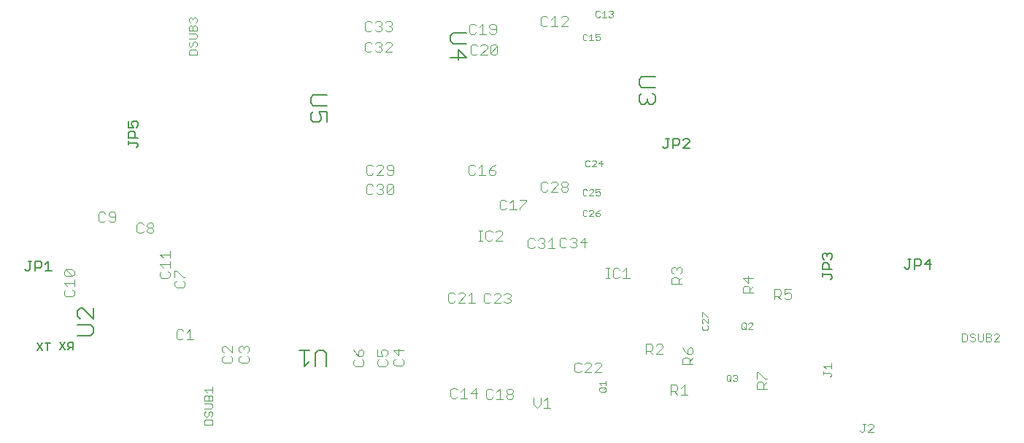
<source format=gbo>
G75*
%MOIN*%
%OFA0B0*%
%FSLAX25Y25*%
%IPPOS*%
%LPD*%
%AMOC8*
5,1,8,0,0,1.08239X$1,22.5*
%
%ADD10C,0.00600*%
%ADD11C,0.00400*%
%ADD12C,0.00800*%
%ADD13C,0.00300*%
%ADD14C,0.00500*%
D10*
X0174397Y0075741D02*
X0176665Y0079144D01*
X0178080Y0079144D02*
X0180348Y0079144D01*
X0179214Y0079144D02*
X0179214Y0075741D01*
X0176665Y0075741D02*
X0174397Y0079144D01*
X0184830Y0079341D02*
X0187098Y0075938D01*
X0188513Y0075938D02*
X0189647Y0077072D01*
X0189080Y0077072D02*
X0190781Y0077072D01*
X0190781Y0075938D02*
X0190781Y0079341D01*
X0189080Y0079341D01*
X0188513Y0078774D01*
X0188513Y0077639D01*
X0189080Y0077072D01*
X0187098Y0079341D02*
X0184830Y0075938D01*
D11*
X0187555Y0100345D02*
X0190624Y0100345D01*
X0191391Y0101112D01*
X0191391Y0102647D01*
X0190624Y0103414D01*
X0191391Y0104949D02*
X0191391Y0108018D01*
X0191391Y0106483D02*
X0186787Y0106483D01*
X0188322Y0104949D01*
X0187555Y0103414D02*
X0186787Y0102647D01*
X0186787Y0101112D01*
X0187555Y0100345D01*
X0187555Y0109553D02*
X0186787Y0110320D01*
X0186787Y0111855D01*
X0187555Y0112622D01*
X0190624Y0109553D01*
X0191391Y0110320D01*
X0191391Y0111855D01*
X0190624Y0112622D01*
X0187555Y0112622D01*
X0187555Y0109553D02*
X0190624Y0109553D01*
X0230468Y0109550D02*
X0231236Y0108783D01*
X0234305Y0108783D01*
X0235072Y0109550D01*
X0235072Y0111085D01*
X0234305Y0111852D01*
X0235072Y0113387D02*
X0235072Y0116456D01*
X0235072Y0117991D02*
X0235072Y0121060D01*
X0235072Y0119525D02*
X0230468Y0119525D01*
X0232003Y0117991D01*
X0230468Y0114921D02*
X0235072Y0114921D01*
X0232003Y0113387D02*
X0230468Y0114921D01*
X0231236Y0111852D02*
X0230468Y0111085D01*
X0230468Y0109550D01*
X0237319Y0109056D02*
X0237319Y0112125D01*
X0238086Y0112125D01*
X0241155Y0109056D01*
X0241923Y0109056D01*
X0241155Y0107521D02*
X0241923Y0106754D01*
X0241923Y0105219D01*
X0241155Y0104452D01*
X0238086Y0104452D01*
X0237319Y0105219D01*
X0237319Y0106754D01*
X0238086Y0107521D01*
X0238877Y0085276D02*
X0238110Y0084509D01*
X0238110Y0081440D01*
X0238877Y0080672D01*
X0240412Y0080672D01*
X0241179Y0081440D01*
X0242714Y0080672D02*
X0245783Y0080672D01*
X0244249Y0080672D02*
X0244249Y0085276D01*
X0242714Y0083742D01*
X0241179Y0084509D02*
X0240412Y0085276D01*
X0238877Y0085276D01*
X0258933Y0076993D02*
X0258933Y0075458D01*
X0259700Y0074691D01*
X0259700Y0073156D02*
X0258933Y0072389D01*
X0258933Y0070854D01*
X0259700Y0070087D01*
X0262770Y0070087D01*
X0263537Y0070854D01*
X0263537Y0072389D01*
X0262770Y0073156D01*
X0263537Y0074691D02*
X0260468Y0077760D01*
X0259700Y0077760D01*
X0258933Y0076993D01*
X0263537Y0077760D02*
X0263537Y0074691D01*
X0266610Y0075458D02*
X0266610Y0076993D01*
X0267377Y0077760D01*
X0268145Y0077760D01*
X0268912Y0076993D01*
X0269679Y0077760D01*
X0270447Y0077760D01*
X0271214Y0076993D01*
X0271214Y0075458D01*
X0270447Y0074691D01*
X0270447Y0073156D02*
X0271214Y0072389D01*
X0271214Y0070854D01*
X0270447Y0070087D01*
X0267377Y0070087D01*
X0266610Y0070854D01*
X0266610Y0072389D01*
X0267377Y0073156D01*
X0267377Y0074691D02*
X0266610Y0075458D01*
X0268912Y0076225D02*
X0268912Y0076993D01*
X0254533Y0058878D02*
X0254533Y0056476D01*
X0254533Y0057677D02*
X0250930Y0057677D01*
X0252131Y0056476D01*
X0252131Y0055195D02*
X0252732Y0054594D01*
X0252732Y0052793D01*
X0253933Y0051512D02*
X0250930Y0051512D01*
X0250930Y0052793D02*
X0250930Y0054594D01*
X0251531Y0055195D01*
X0252131Y0055195D01*
X0252732Y0054594D02*
X0253332Y0055195D01*
X0253933Y0055195D01*
X0254533Y0054594D01*
X0254533Y0052793D01*
X0250930Y0052793D01*
X0253933Y0051512D02*
X0254533Y0050911D01*
X0254533Y0049710D01*
X0253933Y0049110D01*
X0250930Y0049110D01*
X0251531Y0047829D02*
X0250930Y0047228D01*
X0250930Y0046027D01*
X0251531Y0045426D01*
X0252131Y0045426D01*
X0252732Y0046027D01*
X0252732Y0047228D01*
X0253332Y0047829D01*
X0253933Y0047829D01*
X0254533Y0047228D01*
X0254533Y0046027D01*
X0253933Y0045426D01*
X0253933Y0044145D02*
X0251531Y0044145D01*
X0250930Y0043545D01*
X0250930Y0041743D01*
X0254533Y0041743D01*
X0254533Y0043545D01*
X0253933Y0044145D01*
X0318972Y0069279D02*
X0319740Y0068512D01*
X0322809Y0068512D01*
X0323576Y0069279D01*
X0323576Y0070814D01*
X0322809Y0071581D01*
X0322809Y0073116D02*
X0323576Y0073883D01*
X0323576Y0075418D01*
X0322809Y0076185D01*
X0322042Y0076185D01*
X0321274Y0075418D01*
X0321274Y0073116D01*
X0322809Y0073116D01*
X0321274Y0073116D02*
X0319740Y0074650D01*
X0318972Y0076185D01*
X0329799Y0076185D02*
X0329799Y0073116D01*
X0332101Y0073116D01*
X0331334Y0074650D01*
X0331334Y0075418D01*
X0332101Y0076185D01*
X0333636Y0076185D01*
X0334403Y0075418D01*
X0334403Y0073883D01*
X0333636Y0073116D01*
X0333636Y0071581D02*
X0334403Y0070814D01*
X0334403Y0069279D01*
X0333636Y0068512D01*
X0330566Y0068512D01*
X0329799Y0069279D01*
X0329799Y0070814D01*
X0330566Y0071581D01*
X0337240Y0071006D02*
X0337240Y0069471D01*
X0338007Y0068704D01*
X0341077Y0068704D01*
X0341844Y0069471D01*
X0341844Y0071006D01*
X0341077Y0071773D01*
X0339542Y0073308D02*
X0339542Y0076377D01*
X0341844Y0075610D02*
X0337240Y0075610D01*
X0339542Y0073308D01*
X0338007Y0071773D02*
X0337240Y0071006D01*
X0319740Y0071581D02*
X0318972Y0070814D01*
X0318972Y0069279D01*
X0363268Y0057639D02*
X0363268Y0054570D01*
X0364035Y0053802D01*
X0365570Y0053802D01*
X0366337Y0054570D01*
X0367872Y0053802D02*
X0370941Y0053802D01*
X0369406Y0053802D02*
X0369406Y0058406D01*
X0367872Y0056872D01*
X0366337Y0057639D02*
X0365570Y0058406D01*
X0364035Y0058406D01*
X0363268Y0057639D01*
X0372475Y0056104D02*
X0375545Y0056104D01*
X0374777Y0053802D02*
X0374777Y0058406D01*
X0372475Y0056104D01*
X0379535Y0057363D02*
X0379535Y0054294D01*
X0380302Y0053527D01*
X0381836Y0053527D01*
X0382604Y0054294D01*
X0384138Y0053527D02*
X0387208Y0053527D01*
X0385673Y0053527D02*
X0385673Y0058131D01*
X0384138Y0056596D01*
X0382604Y0057363D02*
X0381836Y0058131D01*
X0380302Y0058131D01*
X0379535Y0057363D01*
X0388742Y0057363D02*
X0388742Y0056596D01*
X0389510Y0055829D01*
X0391044Y0055829D01*
X0391812Y0055061D01*
X0391812Y0054294D01*
X0391044Y0053527D01*
X0389510Y0053527D01*
X0388742Y0054294D01*
X0388742Y0055061D01*
X0389510Y0055829D01*
X0391044Y0055829D02*
X0391812Y0056596D01*
X0391812Y0057363D01*
X0391044Y0058131D01*
X0389510Y0058131D01*
X0388742Y0057363D01*
X0401260Y0054095D02*
X0401260Y0051026D01*
X0402794Y0049491D01*
X0404329Y0051026D01*
X0404329Y0054095D01*
X0405864Y0052561D02*
X0407398Y0054095D01*
X0407398Y0049491D01*
X0405864Y0049491D02*
X0408933Y0049491D01*
X0420708Y0065554D02*
X0422243Y0065554D01*
X0423010Y0066322D01*
X0424545Y0065554D02*
X0427614Y0068624D01*
X0427614Y0069391D01*
X0426847Y0070158D01*
X0425312Y0070158D01*
X0424545Y0069391D01*
X0423010Y0069391D02*
X0422243Y0070158D01*
X0420708Y0070158D01*
X0419941Y0069391D01*
X0419941Y0066322D01*
X0420708Y0065554D01*
X0424545Y0065554D02*
X0427614Y0065554D01*
X0429149Y0065554D02*
X0432218Y0068624D01*
X0432218Y0069391D01*
X0431451Y0070158D01*
X0429916Y0070158D01*
X0429149Y0069391D01*
X0429149Y0065554D02*
X0432218Y0065554D01*
X0452564Y0073980D02*
X0452564Y0078583D01*
X0454866Y0078583D01*
X0455633Y0077816D01*
X0455633Y0076281D01*
X0454866Y0075514D01*
X0452564Y0075514D01*
X0454098Y0075514D02*
X0455633Y0073980D01*
X0457168Y0073980D02*
X0460237Y0077049D01*
X0460237Y0077816D01*
X0459470Y0078583D01*
X0457935Y0078583D01*
X0457168Y0077816D01*
X0457168Y0073980D02*
X0460237Y0073980D01*
X0469268Y0071577D02*
X0470035Y0072344D01*
X0471570Y0072344D01*
X0472337Y0071577D01*
X0472337Y0069275D01*
X0472337Y0070809D02*
X0473872Y0072344D01*
X0473104Y0073879D02*
X0473872Y0074646D01*
X0473872Y0076181D01*
X0473104Y0076948D01*
X0472337Y0076948D01*
X0471570Y0076181D01*
X0471570Y0073879D01*
X0473104Y0073879D01*
X0471570Y0073879D02*
X0470035Y0075413D01*
X0469268Y0076948D01*
X0469268Y0071577D02*
X0469268Y0069275D01*
X0473872Y0069275D01*
X0469997Y0059961D02*
X0469997Y0055357D01*
X0471531Y0055357D02*
X0468462Y0055357D01*
X0466927Y0055357D02*
X0465393Y0056892D01*
X0466160Y0056892D02*
X0463858Y0056892D01*
X0463858Y0055357D02*
X0463858Y0059961D01*
X0466160Y0059961D01*
X0466927Y0059194D01*
X0466927Y0057659D01*
X0466160Y0056892D01*
X0468462Y0058427D02*
X0469997Y0059961D01*
X0503086Y0060479D02*
X0503086Y0058177D01*
X0507690Y0058177D01*
X0506156Y0058177D02*
X0506156Y0060479D01*
X0505388Y0061246D01*
X0503854Y0061246D01*
X0503086Y0060479D01*
X0503086Y0062781D02*
X0503086Y0065850D01*
X0503854Y0065850D01*
X0506923Y0062781D01*
X0507690Y0062781D01*
X0507690Y0061246D02*
X0506156Y0059712D01*
X0533521Y0064756D02*
X0533521Y0065957D01*
X0533521Y0065356D02*
X0536523Y0065356D01*
X0537124Y0064756D01*
X0537124Y0064155D01*
X0536523Y0063555D01*
X0537124Y0067238D02*
X0537124Y0069640D01*
X0537124Y0068439D02*
X0533521Y0068439D01*
X0534722Y0067238D01*
X0551473Y0042000D02*
X0552674Y0042000D01*
X0552073Y0042000D02*
X0552073Y0038997D01*
X0551473Y0038396D01*
X0550872Y0038396D01*
X0550272Y0038997D01*
X0553955Y0038396D02*
X0556357Y0040798D01*
X0556357Y0041399D01*
X0555756Y0042000D01*
X0554555Y0042000D01*
X0553955Y0041399D01*
X0553955Y0038396D02*
X0556357Y0038396D01*
X0596742Y0079842D02*
X0598543Y0079842D01*
X0599144Y0080442D01*
X0599144Y0082844D01*
X0598543Y0083445D01*
X0596742Y0083445D01*
X0596742Y0079842D01*
X0600425Y0080442D02*
X0601025Y0079842D01*
X0602226Y0079842D01*
X0602827Y0080442D01*
X0602827Y0081043D01*
X0602226Y0081643D01*
X0601025Y0081643D01*
X0600425Y0082244D01*
X0600425Y0082844D01*
X0601025Y0083445D01*
X0602226Y0083445D01*
X0602827Y0082844D01*
X0604108Y0083445D02*
X0604108Y0080442D01*
X0604708Y0079842D01*
X0605909Y0079842D01*
X0606510Y0080442D01*
X0606510Y0083445D01*
X0607791Y0083445D02*
X0609593Y0083445D01*
X0610193Y0082844D01*
X0610193Y0082244D01*
X0609593Y0081643D01*
X0607791Y0081643D01*
X0607791Y0079842D02*
X0607791Y0083445D01*
X0609593Y0081643D02*
X0610193Y0081043D01*
X0610193Y0080442D01*
X0609593Y0079842D01*
X0607791Y0079842D01*
X0611474Y0079842D02*
X0613876Y0082244D01*
X0613876Y0082844D01*
X0613276Y0083445D01*
X0612075Y0083445D01*
X0611474Y0082844D01*
X0611474Y0079842D02*
X0613876Y0079842D01*
X0518780Y0099747D02*
X0518013Y0098980D01*
X0516478Y0098980D01*
X0515711Y0099747D01*
X0515711Y0101281D02*
X0517246Y0102049D01*
X0518013Y0102049D01*
X0518780Y0101281D01*
X0518780Y0099747D01*
X0515711Y0101281D02*
X0515711Y0103583D01*
X0518780Y0103583D01*
X0514176Y0102816D02*
X0514176Y0101281D01*
X0513409Y0100514D01*
X0511107Y0100514D01*
X0511107Y0098980D02*
X0511107Y0103583D01*
X0513409Y0103583D01*
X0514176Y0102816D01*
X0512642Y0100514D02*
X0514176Y0098980D01*
X0501372Y0101917D02*
X0496768Y0101917D01*
X0496768Y0104219D01*
X0497535Y0104987D01*
X0499070Y0104987D01*
X0499837Y0104219D01*
X0499837Y0101917D01*
X0499837Y0103452D02*
X0501372Y0104987D01*
X0499070Y0106521D02*
X0499070Y0109591D01*
X0501372Y0108823D02*
X0496768Y0108823D01*
X0499070Y0106521D01*
X0468872Y0106125D02*
X0464268Y0106125D01*
X0464268Y0108427D01*
X0465035Y0109194D01*
X0466570Y0109194D01*
X0467337Y0108427D01*
X0467337Y0106125D01*
X0467337Y0107660D02*
X0468872Y0109194D01*
X0468104Y0110729D02*
X0468872Y0111496D01*
X0468872Y0113031D01*
X0468104Y0113798D01*
X0467337Y0113798D01*
X0466570Y0113031D01*
X0466570Y0112264D01*
X0466570Y0113031D02*
X0465802Y0113798D01*
X0465035Y0113798D01*
X0464268Y0113031D01*
X0464268Y0111496D01*
X0465035Y0110729D01*
X0445014Y0108625D02*
X0441945Y0108625D01*
X0443479Y0108625D02*
X0443479Y0113229D01*
X0441945Y0111694D01*
X0440410Y0112462D02*
X0439643Y0113229D01*
X0438108Y0113229D01*
X0437341Y0112462D01*
X0437341Y0109393D01*
X0438108Y0108625D01*
X0439643Y0108625D01*
X0440410Y0109393D01*
X0435806Y0108625D02*
X0434272Y0108625D01*
X0435039Y0108625D02*
X0435039Y0113229D01*
X0434272Y0113229D02*
X0435806Y0113229D01*
X0424647Y0122602D02*
X0424647Y0127205D01*
X0422345Y0124904D01*
X0425414Y0124904D01*
X0420810Y0125671D02*
X0420043Y0124904D01*
X0420810Y0124136D01*
X0420810Y0123369D01*
X0420043Y0122602D01*
X0418508Y0122602D01*
X0417741Y0123369D01*
X0416206Y0123369D02*
X0415439Y0122602D01*
X0413904Y0122602D01*
X0413137Y0123369D01*
X0413137Y0126438D01*
X0413904Y0127205D01*
X0415439Y0127205D01*
X0416206Y0126438D01*
X0417741Y0126438D02*
X0418508Y0127205D01*
X0420043Y0127205D01*
X0420810Y0126438D01*
X0420810Y0125671D01*
X0420043Y0124904D02*
X0419275Y0124904D01*
X0410919Y0122287D02*
X0407849Y0122287D01*
X0409384Y0122287D02*
X0409384Y0126891D01*
X0407849Y0125356D01*
X0406315Y0125356D02*
X0405547Y0124589D01*
X0406315Y0123821D01*
X0406315Y0123054D01*
X0405547Y0122287D01*
X0404013Y0122287D01*
X0403246Y0123054D01*
X0401711Y0123054D02*
X0400944Y0122287D01*
X0399409Y0122287D01*
X0398642Y0123054D01*
X0398642Y0126123D01*
X0399409Y0126891D01*
X0400944Y0126891D01*
X0401711Y0126123D01*
X0403246Y0126123D02*
X0404013Y0126891D01*
X0405547Y0126891D01*
X0406315Y0126123D01*
X0406315Y0125356D01*
X0405547Y0124589D02*
X0404780Y0124589D01*
X0386969Y0125791D02*
X0383900Y0125791D01*
X0386969Y0128860D01*
X0386969Y0129627D01*
X0386202Y0130394D01*
X0384667Y0130394D01*
X0383900Y0129627D01*
X0382365Y0129627D02*
X0381598Y0130394D01*
X0380063Y0130394D01*
X0379296Y0129627D01*
X0379296Y0126558D01*
X0380063Y0125791D01*
X0381598Y0125791D01*
X0382365Y0126558D01*
X0377761Y0125791D02*
X0376227Y0125791D01*
X0376994Y0125791D02*
X0376994Y0130394D01*
X0376227Y0130394D02*
X0377761Y0130394D01*
X0386444Y0139885D02*
X0387978Y0139885D01*
X0388746Y0140652D01*
X0390280Y0139885D02*
X0393349Y0139885D01*
X0391815Y0139885D02*
X0391815Y0144489D01*
X0390280Y0142954D01*
X0388746Y0143722D02*
X0387978Y0144489D01*
X0386444Y0144489D01*
X0385676Y0143722D01*
X0385676Y0140652D01*
X0386444Y0139885D01*
X0394884Y0139885D02*
X0394884Y0140652D01*
X0397953Y0143722D01*
X0397953Y0144489D01*
X0394884Y0144489D01*
X0404574Y0148920D02*
X0405341Y0148153D01*
X0406876Y0148153D01*
X0407643Y0148920D01*
X0409178Y0148153D02*
X0412247Y0151222D01*
X0412247Y0151989D01*
X0411480Y0152757D01*
X0409945Y0152757D01*
X0409178Y0151989D01*
X0407643Y0151989D02*
X0406876Y0152757D01*
X0405341Y0152757D01*
X0404574Y0151989D01*
X0404574Y0148920D01*
X0409178Y0148153D02*
X0412247Y0148153D01*
X0413782Y0148920D02*
X0413782Y0149687D01*
X0414549Y0150455D01*
X0416084Y0150455D01*
X0416851Y0149687D01*
X0416851Y0148920D01*
X0416084Y0148153D01*
X0414549Y0148153D01*
X0413782Y0148920D01*
X0414549Y0150455D02*
X0413782Y0151222D01*
X0413782Y0151989D01*
X0414549Y0152757D01*
X0416084Y0152757D01*
X0416851Y0151989D01*
X0416851Y0151222D01*
X0416084Y0150455D01*
X0383780Y0156597D02*
X0383013Y0155830D01*
X0381478Y0155830D01*
X0380711Y0156597D01*
X0380711Y0158132D01*
X0383013Y0158132D01*
X0383780Y0157365D01*
X0383780Y0156597D01*
X0382246Y0159667D02*
X0380711Y0158132D01*
X0382246Y0159667D02*
X0383780Y0160434D01*
X0377642Y0160434D02*
X0376107Y0158899D01*
X0374572Y0159667D02*
X0373805Y0160434D01*
X0372270Y0160434D01*
X0371503Y0159667D01*
X0371503Y0156597D01*
X0372270Y0155830D01*
X0373805Y0155830D01*
X0374572Y0156597D01*
X0376107Y0155830D02*
X0379176Y0155830D01*
X0377642Y0155830D02*
X0377642Y0160434D01*
X0337127Y0159667D02*
X0337127Y0156597D01*
X0336359Y0155830D01*
X0334825Y0155830D01*
X0334057Y0156597D01*
X0332523Y0155830D02*
X0329453Y0155830D01*
X0332523Y0158899D01*
X0332523Y0159667D01*
X0331755Y0160434D01*
X0330221Y0160434D01*
X0329453Y0159667D01*
X0327919Y0159667D02*
X0327151Y0160434D01*
X0325617Y0160434D01*
X0324849Y0159667D01*
X0324849Y0156597D01*
X0325617Y0155830D01*
X0327151Y0155830D01*
X0327919Y0156597D01*
X0334057Y0158899D02*
X0334057Y0159667D01*
X0334825Y0160434D01*
X0336359Y0160434D01*
X0337127Y0159667D01*
X0337127Y0158132D02*
X0334825Y0158132D01*
X0334057Y0158899D01*
X0334825Y0151576D02*
X0336359Y0151576D01*
X0337127Y0150808D01*
X0334057Y0147739D01*
X0334825Y0146972D01*
X0336359Y0146972D01*
X0337127Y0147739D01*
X0337127Y0150808D01*
X0334825Y0151576D02*
X0334057Y0150808D01*
X0334057Y0147739D01*
X0332523Y0147739D02*
X0331755Y0146972D01*
X0330221Y0146972D01*
X0329453Y0147739D01*
X0327919Y0147739D02*
X0327151Y0146972D01*
X0325617Y0146972D01*
X0324849Y0147739D01*
X0324849Y0150808D01*
X0325617Y0151576D01*
X0327151Y0151576D01*
X0327919Y0150808D01*
X0329453Y0150808D02*
X0330221Y0151576D01*
X0331755Y0151576D01*
X0332523Y0150808D01*
X0332523Y0150041D01*
X0331755Y0149274D01*
X0332523Y0148506D01*
X0332523Y0147739D01*
X0331755Y0149274D02*
X0330988Y0149274D01*
X0362933Y0102107D02*
X0362165Y0101340D01*
X0362165Y0098270D01*
X0362933Y0097503D01*
X0364467Y0097503D01*
X0365234Y0098270D01*
X0366769Y0097503D02*
X0369838Y0100572D01*
X0369838Y0101340D01*
X0369071Y0102107D01*
X0367536Y0102107D01*
X0366769Y0101340D01*
X0365234Y0101340D02*
X0364467Y0102107D01*
X0362933Y0102107D01*
X0366769Y0097503D02*
X0369838Y0097503D01*
X0371373Y0097503D02*
X0374442Y0097503D01*
X0372908Y0097503D02*
X0372908Y0102107D01*
X0371373Y0100572D01*
X0378432Y0101064D02*
X0378432Y0097995D01*
X0379199Y0097228D01*
X0380734Y0097228D01*
X0381501Y0097995D01*
X0383036Y0097228D02*
X0386105Y0100297D01*
X0386105Y0101064D01*
X0385338Y0101831D01*
X0383803Y0101831D01*
X0383036Y0101064D01*
X0381501Y0101064D02*
X0380734Y0101831D01*
X0379199Y0101831D01*
X0378432Y0101064D01*
X0383036Y0097228D02*
X0386105Y0097228D01*
X0387640Y0097995D02*
X0388407Y0097228D01*
X0389942Y0097228D01*
X0390709Y0097995D01*
X0390709Y0098762D01*
X0389942Y0099530D01*
X0389175Y0099530D01*
X0389942Y0099530D02*
X0390709Y0100297D01*
X0390709Y0101064D01*
X0389942Y0101831D01*
X0388407Y0101831D01*
X0387640Y0101064D01*
X0227653Y0130101D02*
X0226886Y0129334D01*
X0225351Y0129334D01*
X0224584Y0130101D01*
X0224584Y0130868D01*
X0225351Y0131636D01*
X0226886Y0131636D01*
X0227653Y0130868D01*
X0227653Y0130101D01*
X0226886Y0131636D02*
X0227653Y0132403D01*
X0227653Y0133170D01*
X0226886Y0133938D01*
X0225351Y0133938D01*
X0224584Y0133170D01*
X0224584Y0132403D01*
X0225351Y0131636D01*
X0223049Y0133170D02*
X0222282Y0133938D01*
X0220747Y0133938D01*
X0219980Y0133170D01*
X0219980Y0130101D01*
X0220747Y0129334D01*
X0222282Y0129334D01*
X0223049Y0130101D01*
X0210153Y0135101D02*
X0210153Y0138170D01*
X0209386Y0138938D01*
X0207851Y0138938D01*
X0207084Y0138170D01*
X0207084Y0137403D01*
X0207851Y0136636D01*
X0210153Y0136636D01*
X0210153Y0135101D02*
X0209386Y0134334D01*
X0207851Y0134334D01*
X0207084Y0135101D01*
X0205549Y0135101D02*
X0204782Y0134334D01*
X0203247Y0134334D01*
X0202480Y0135101D01*
X0202480Y0138170D01*
X0203247Y0138938D01*
X0204782Y0138938D01*
X0205549Y0138170D01*
X0243781Y0210658D02*
X0243781Y0212460D01*
X0244381Y0213060D01*
X0246783Y0213060D01*
X0247384Y0212460D01*
X0247384Y0210658D01*
X0243781Y0210658D01*
X0244381Y0214341D02*
X0243781Y0214942D01*
X0243781Y0216143D01*
X0244381Y0216743D01*
X0245582Y0216143D02*
X0246183Y0216743D01*
X0246783Y0216743D01*
X0247384Y0216143D01*
X0247384Y0214942D01*
X0246783Y0214341D01*
X0245582Y0214942D02*
X0245582Y0216143D01*
X0245582Y0214942D02*
X0244982Y0214341D01*
X0244381Y0214341D01*
X0243781Y0218025D02*
X0246783Y0218025D01*
X0247384Y0218625D01*
X0247384Y0219826D01*
X0246783Y0220427D01*
X0243781Y0220427D01*
X0243781Y0221708D02*
X0243781Y0223509D01*
X0244381Y0224110D01*
X0244982Y0224110D01*
X0245582Y0223509D01*
X0245582Y0221708D01*
X0243781Y0221708D02*
X0247384Y0221708D01*
X0247384Y0223509D01*
X0246783Y0224110D01*
X0246183Y0224110D01*
X0245582Y0223509D01*
X0244381Y0225391D02*
X0243781Y0225991D01*
X0243781Y0227192D01*
X0244381Y0227793D01*
X0244982Y0227793D01*
X0245582Y0227192D01*
X0246183Y0227793D01*
X0246783Y0227793D01*
X0247384Y0227192D01*
X0247384Y0225991D01*
X0246783Y0225391D01*
X0245582Y0226592D02*
X0245582Y0227192D01*
X0324259Y0225218D02*
X0324259Y0222148D01*
X0325026Y0221381D01*
X0326561Y0221381D01*
X0327328Y0222148D01*
X0328863Y0222148D02*
X0329630Y0221381D01*
X0331165Y0221381D01*
X0331932Y0222148D01*
X0331932Y0222916D01*
X0331165Y0223683D01*
X0330397Y0223683D01*
X0331165Y0223683D02*
X0331932Y0224450D01*
X0331932Y0225218D01*
X0331165Y0225985D01*
X0329630Y0225985D01*
X0328863Y0225218D01*
X0327328Y0225218D02*
X0326561Y0225985D01*
X0325026Y0225985D01*
X0324259Y0225218D01*
X0325026Y0216536D02*
X0324259Y0215769D01*
X0324259Y0212700D01*
X0325026Y0211932D01*
X0326561Y0211932D01*
X0327328Y0212700D01*
X0328863Y0212700D02*
X0329630Y0211932D01*
X0331165Y0211932D01*
X0331932Y0212700D01*
X0331932Y0213467D01*
X0331165Y0214234D01*
X0330397Y0214234D01*
X0331165Y0214234D02*
X0331932Y0215002D01*
X0331932Y0215769D01*
X0331165Y0216536D01*
X0329630Y0216536D01*
X0328863Y0215769D01*
X0327328Y0215769D02*
X0326561Y0216536D01*
X0325026Y0216536D01*
X0333467Y0215769D02*
X0334234Y0216536D01*
X0335769Y0216536D01*
X0336536Y0215769D01*
X0336536Y0215002D01*
X0333467Y0211932D01*
X0336536Y0211932D01*
X0335769Y0221381D02*
X0334234Y0221381D01*
X0333467Y0222148D01*
X0335001Y0223683D02*
X0335769Y0223683D01*
X0336536Y0222916D01*
X0336536Y0222148D01*
X0335769Y0221381D01*
X0335769Y0223683D02*
X0336536Y0224450D01*
X0336536Y0225218D01*
X0335769Y0225985D01*
X0334234Y0225985D01*
X0333467Y0225218D01*
X0371779Y0224037D02*
X0371779Y0220967D01*
X0372546Y0220200D01*
X0374081Y0220200D01*
X0374848Y0220967D01*
X0376383Y0220200D02*
X0379452Y0220200D01*
X0377917Y0220200D02*
X0377917Y0224804D01*
X0376383Y0223269D01*
X0374848Y0224037D02*
X0374081Y0224804D01*
X0372546Y0224804D01*
X0371779Y0224037D01*
X0380986Y0224037D02*
X0380986Y0223269D01*
X0381754Y0222502D01*
X0384056Y0222502D01*
X0384056Y0224037D02*
X0383288Y0224804D01*
X0381754Y0224804D01*
X0380986Y0224037D01*
X0380986Y0220967D02*
X0381754Y0220200D01*
X0383288Y0220200D01*
X0384056Y0220967D01*
X0384056Y0224037D01*
X0383879Y0215355D02*
X0384646Y0214588D01*
X0381577Y0211518D01*
X0382344Y0210751D01*
X0383879Y0210751D01*
X0384646Y0211518D01*
X0384646Y0214588D01*
X0383879Y0215355D02*
X0382344Y0215355D01*
X0381577Y0214588D01*
X0381577Y0211518D01*
X0380042Y0210751D02*
X0376973Y0210751D01*
X0380042Y0213820D01*
X0380042Y0214588D01*
X0379275Y0215355D01*
X0377740Y0215355D01*
X0376973Y0214588D01*
X0375438Y0214588D02*
X0374671Y0215355D01*
X0373136Y0215355D01*
X0372369Y0214588D01*
X0372369Y0211518D01*
X0373136Y0210751D01*
X0374671Y0210751D01*
X0375438Y0211518D01*
X0404574Y0224511D02*
X0405341Y0223743D01*
X0406876Y0223743D01*
X0407643Y0224511D01*
X0409178Y0223743D02*
X0412247Y0223743D01*
X0410712Y0223743D02*
X0410712Y0228347D01*
X0409178Y0226813D01*
X0407643Y0227580D02*
X0406876Y0228347D01*
X0405341Y0228347D01*
X0404574Y0227580D01*
X0404574Y0224511D01*
X0413782Y0223743D02*
X0416851Y0226813D01*
X0416851Y0227580D01*
X0416084Y0228347D01*
X0414549Y0228347D01*
X0413782Y0227580D01*
X0413782Y0223743D02*
X0416851Y0223743D01*
D12*
X0449353Y0199446D02*
X0450588Y0200680D01*
X0456760Y0200680D01*
X0449353Y0199446D02*
X0449353Y0196977D01*
X0450588Y0195743D01*
X0456760Y0195743D01*
X0455525Y0193130D02*
X0456760Y0191895D01*
X0456760Y0189427D01*
X0455525Y0188192D01*
X0454291Y0188192D01*
X0453057Y0189427D01*
X0451822Y0188192D01*
X0450588Y0188192D01*
X0449353Y0189427D01*
X0449353Y0191895D01*
X0450588Y0193130D01*
X0453057Y0190661D02*
X0453057Y0189427D01*
X0370539Y0209505D02*
X0366836Y0213209D01*
X0366836Y0208271D01*
X0363133Y0209505D02*
X0370539Y0209505D01*
X0370539Y0215822D02*
X0364367Y0215822D01*
X0363133Y0217056D01*
X0363133Y0219525D01*
X0364367Y0220759D01*
X0370539Y0220759D01*
X0306760Y0192413D02*
X0300588Y0192413D01*
X0299353Y0191178D01*
X0299353Y0188709D01*
X0300588Y0187475D01*
X0306760Y0187475D01*
X0306760Y0184862D02*
X0303057Y0184862D01*
X0304291Y0182393D01*
X0304291Y0181159D01*
X0303057Y0179925D01*
X0300588Y0179925D01*
X0299353Y0181159D01*
X0299353Y0183628D01*
X0300588Y0184862D01*
X0306760Y0184862D02*
X0306760Y0179925D01*
X0200207Y0094918D02*
X0200207Y0089980D01*
X0195269Y0094918D01*
X0194035Y0094918D01*
X0192801Y0093684D01*
X0192801Y0091215D01*
X0194035Y0089980D01*
X0192801Y0087367D02*
X0198973Y0087367D01*
X0200207Y0086133D01*
X0200207Y0083664D01*
X0198973Y0082430D01*
X0192801Y0082430D01*
X0294016Y0075722D02*
X0298953Y0075722D01*
X0296485Y0075722D02*
X0296485Y0068316D01*
X0298953Y0070784D01*
X0301566Y0068316D02*
X0301566Y0074488D01*
X0302801Y0075722D01*
X0305269Y0075722D01*
X0306504Y0074488D01*
X0306504Y0068316D01*
D13*
X0431263Y0060696D02*
X0434166Y0060696D01*
X0434166Y0061663D02*
X0434166Y0059728D01*
X0434166Y0058717D02*
X0433198Y0057749D01*
X0434166Y0057266D02*
X0433682Y0056782D01*
X0431747Y0056782D01*
X0431263Y0057266D01*
X0431263Y0058233D01*
X0431747Y0058717D01*
X0433682Y0058717D01*
X0434166Y0058233D01*
X0434166Y0057266D01*
X0432231Y0059728D02*
X0431263Y0060696D01*
X0478027Y0085634D02*
X0478511Y0085150D01*
X0480446Y0085150D01*
X0480929Y0085634D01*
X0480929Y0086601D01*
X0480446Y0087085D01*
X0480929Y0088097D02*
X0478994Y0090031D01*
X0478511Y0090031D01*
X0478027Y0089548D01*
X0478027Y0088580D01*
X0478511Y0088097D01*
X0478511Y0087085D02*
X0478027Y0086601D01*
X0478027Y0085634D01*
X0480929Y0088097D02*
X0480929Y0090031D01*
X0480929Y0091043D02*
X0480446Y0091043D01*
X0478511Y0092978D01*
X0478027Y0092978D01*
X0478027Y0091043D01*
X0496288Y0087746D02*
X0496288Y0085811D01*
X0496772Y0085327D01*
X0497740Y0085327D01*
X0498223Y0085811D01*
X0498223Y0087746D01*
X0497740Y0088230D01*
X0496772Y0088230D01*
X0496288Y0087746D01*
X0497256Y0086295D02*
X0498223Y0085327D01*
X0499235Y0085327D02*
X0501170Y0087262D01*
X0501170Y0087746D01*
X0500686Y0088230D01*
X0499719Y0088230D01*
X0499235Y0087746D01*
X0499235Y0085327D02*
X0501170Y0085327D01*
X0493775Y0064501D02*
X0494259Y0064018D01*
X0494259Y0063534D01*
X0493775Y0063050D01*
X0494259Y0062566D01*
X0494259Y0062083D01*
X0493775Y0061599D01*
X0492807Y0061599D01*
X0492324Y0062083D01*
X0491312Y0062083D02*
X0490828Y0061599D01*
X0489861Y0061599D01*
X0489377Y0062083D01*
X0489377Y0064018D01*
X0489861Y0064501D01*
X0490828Y0064501D01*
X0491312Y0064018D01*
X0491312Y0062083D01*
X0491312Y0061599D02*
X0490345Y0062566D01*
X0492324Y0064018D02*
X0492807Y0064501D01*
X0493775Y0064501D01*
X0493775Y0063050D02*
X0493291Y0063050D01*
X0431014Y0136911D02*
X0431497Y0137394D01*
X0431497Y0137878D01*
X0431014Y0138362D01*
X0429562Y0138362D01*
X0429562Y0137394D01*
X0430046Y0136911D01*
X0431014Y0136911D01*
X0429562Y0138362D02*
X0430530Y0139329D01*
X0431497Y0139813D01*
X0428551Y0139329D02*
X0428067Y0139813D01*
X0427100Y0139813D01*
X0426616Y0139329D01*
X0425604Y0139329D02*
X0425121Y0139813D01*
X0424153Y0139813D01*
X0423669Y0139329D01*
X0423669Y0137394D01*
X0424153Y0136911D01*
X0425121Y0136911D01*
X0425604Y0137394D01*
X0426616Y0136911D02*
X0428551Y0138846D01*
X0428551Y0139329D01*
X0428551Y0136911D02*
X0426616Y0136911D01*
X0426616Y0146359D02*
X0428551Y0148294D01*
X0428551Y0148778D01*
X0428067Y0149262D01*
X0427100Y0149262D01*
X0426616Y0148778D01*
X0425604Y0148778D02*
X0425121Y0149262D01*
X0424153Y0149262D01*
X0423669Y0148778D01*
X0423669Y0146843D01*
X0424153Y0146359D01*
X0425121Y0146359D01*
X0425604Y0146843D01*
X0426616Y0146359D02*
X0428551Y0146359D01*
X0429562Y0146843D02*
X0430046Y0146359D01*
X0431014Y0146359D01*
X0431497Y0146843D01*
X0431497Y0147811D01*
X0431014Y0148294D01*
X0430530Y0148294D01*
X0429562Y0147811D01*
X0429562Y0149262D01*
X0431497Y0149262D01*
X0432215Y0159559D02*
X0432215Y0162462D01*
X0430764Y0161011D01*
X0432699Y0161011D01*
X0429753Y0161494D02*
X0429753Y0161978D01*
X0429269Y0162462D01*
X0428301Y0162462D01*
X0427818Y0161978D01*
X0426806Y0161978D02*
X0426322Y0162462D01*
X0425355Y0162462D01*
X0424871Y0161978D01*
X0424871Y0160043D01*
X0425355Y0159559D01*
X0426322Y0159559D01*
X0426806Y0160043D01*
X0427818Y0159559D02*
X0429753Y0161494D01*
X0429753Y0159559D02*
X0427818Y0159559D01*
X0427583Y0217226D02*
X0427583Y0220128D01*
X0426616Y0219161D01*
X0425604Y0219644D02*
X0425121Y0220128D01*
X0424153Y0220128D01*
X0423669Y0219644D01*
X0423669Y0217709D01*
X0424153Y0217226D01*
X0425121Y0217226D01*
X0425604Y0217709D01*
X0426616Y0217226D02*
X0428551Y0217226D01*
X0429562Y0217709D02*
X0430046Y0217226D01*
X0431014Y0217226D01*
X0431497Y0217709D01*
X0431497Y0218677D01*
X0431014Y0219161D01*
X0430530Y0219161D01*
X0429562Y0218677D01*
X0429562Y0220128D01*
X0431497Y0220128D01*
X0431026Y0227856D02*
X0431510Y0228339D01*
X0431026Y0227856D02*
X0430059Y0227856D01*
X0429575Y0228339D01*
X0429575Y0230274D01*
X0430059Y0230758D01*
X0431026Y0230758D01*
X0431510Y0230274D01*
X0432521Y0229790D02*
X0433489Y0230758D01*
X0433489Y0227856D01*
X0434456Y0227856D02*
X0432521Y0227856D01*
X0435468Y0228339D02*
X0435952Y0227856D01*
X0436919Y0227856D01*
X0437403Y0228339D01*
X0437403Y0228823D01*
X0436919Y0229307D01*
X0436435Y0229307D01*
X0436919Y0229307D02*
X0437403Y0229790D01*
X0437403Y0230274D01*
X0436919Y0230758D01*
X0435952Y0230758D01*
X0435468Y0230274D01*
D14*
X0461645Y0172466D02*
X0463146Y0172466D01*
X0462395Y0172466D02*
X0462395Y0168712D01*
X0461645Y0167962D01*
X0460894Y0167962D01*
X0460144Y0168712D01*
X0464747Y0167962D02*
X0464747Y0172466D01*
X0466999Y0172466D01*
X0467750Y0171715D01*
X0467750Y0170214D01*
X0466999Y0169463D01*
X0464747Y0169463D01*
X0469351Y0167962D02*
X0472354Y0170964D01*
X0472354Y0171715D01*
X0471603Y0172466D01*
X0470102Y0172466D01*
X0469351Y0171715D01*
X0469351Y0167962D02*
X0472354Y0167962D01*
X0533023Y0119429D02*
X0533774Y0120180D01*
X0534524Y0120180D01*
X0535275Y0119429D01*
X0536026Y0120180D01*
X0536776Y0120180D01*
X0537527Y0119429D01*
X0537527Y0117928D01*
X0536776Y0117178D01*
X0535275Y0118679D02*
X0535275Y0119429D01*
X0533023Y0119429D02*
X0533023Y0117928D01*
X0533774Y0117178D01*
X0533774Y0115576D02*
X0535275Y0115576D01*
X0536026Y0114826D01*
X0536026Y0112574D01*
X0537527Y0112574D02*
X0533023Y0112574D01*
X0533023Y0114826D01*
X0533774Y0115576D01*
X0533023Y0110972D02*
X0533023Y0109471D01*
X0533023Y0110222D02*
X0536776Y0110222D01*
X0537527Y0109471D01*
X0537527Y0108720D01*
X0536776Y0107970D01*
X0570616Y0113594D02*
X0571367Y0112844D01*
X0572117Y0112844D01*
X0572868Y0113594D01*
X0572868Y0117348D01*
X0572117Y0117348D02*
X0573619Y0117348D01*
X0575220Y0117348D02*
X0577472Y0117348D01*
X0578222Y0116597D01*
X0578222Y0115096D01*
X0577472Y0114345D01*
X0575220Y0114345D01*
X0575220Y0112844D02*
X0575220Y0117348D01*
X0579824Y0115096D02*
X0582826Y0115096D01*
X0582076Y0117348D02*
X0579824Y0115096D01*
X0582076Y0112844D02*
X0582076Y0117348D01*
X0220637Y0169008D02*
X0219887Y0168257D01*
X0220637Y0169008D02*
X0220637Y0169758D01*
X0219887Y0170509D01*
X0216133Y0170509D01*
X0216133Y0169758D02*
X0216133Y0171260D01*
X0216133Y0172861D02*
X0216133Y0175113D01*
X0216884Y0175864D01*
X0218385Y0175864D01*
X0219136Y0175113D01*
X0219136Y0172861D01*
X0220637Y0172861D02*
X0216133Y0172861D01*
X0216133Y0177465D02*
X0218385Y0177465D01*
X0217635Y0178966D01*
X0217635Y0179717D01*
X0218385Y0180467D01*
X0219887Y0180467D01*
X0220637Y0179717D01*
X0220637Y0178216D01*
X0219887Y0177465D01*
X0216133Y0177465D02*
X0216133Y0180467D01*
X0179593Y0116438D02*
X0179593Y0111934D01*
X0178092Y0111934D02*
X0181095Y0111934D01*
X0178092Y0114936D02*
X0179593Y0116438D01*
X0176491Y0115687D02*
X0176491Y0114186D01*
X0175740Y0113435D01*
X0173488Y0113435D01*
X0173488Y0111934D02*
X0173488Y0116438D01*
X0175740Y0116438D01*
X0176491Y0115687D01*
X0171887Y0116438D02*
X0170385Y0116438D01*
X0171136Y0116438D02*
X0171136Y0112684D01*
X0170385Y0111934D01*
X0169635Y0111934D01*
X0168884Y0112684D01*
M02*

</source>
